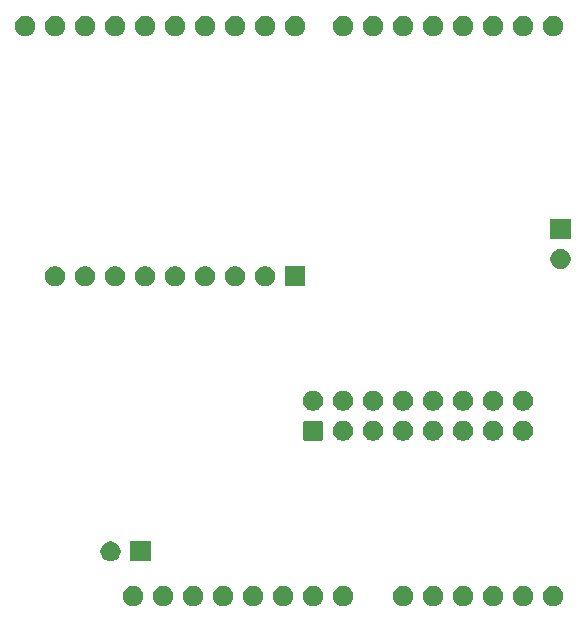
<source format=gbr>
G04 #@! TF.GenerationSoftware,KiCad,Pcbnew,(5.1.6)-1*
G04 #@! TF.CreationDate,2021-01-19T11:24:55+01:00*
G04 #@! TF.ProjectId,Thermolino 2A,54686572-6d6f-46c6-996e-6f2032412e6b,rev?*
G04 #@! TF.SameCoordinates,Original*
G04 #@! TF.FileFunction,Soldermask,Bot*
G04 #@! TF.FilePolarity,Negative*
%FSLAX46Y46*%
G04 Gerber Fmt 4.6, Leading zero omitted, Abs format (unit mm)*
G04 Created by KiCad (PCBNEW (5.1.6)-1) date 2021-01-19 11:24:55*
%MOMM*%
%LPD*%
G01*
G04 APERTURE LIST*
%ADD10C,0.152400*%
G04 APERTURE END LIST*
D10*
G36*
X203370480Y-110882494D02*
G01*
X203453903Y-110899087D01*
X203611068Y-110964187D01*
X203752513Y-111058698D01*
X203872802Y-111178987D01*
X203967313Y-111320432D01*
X204032413Y-111477597D01*
X204065600Y-111644443D01*
X204065600Y-111814557D01*
X204032413Y-111981403D01*
X203967313Y-112138568D01*
X203872802Y-112280013D01*
X203752513Y-112400302D01*
X203611068Y-112494813D01*
X203453903Y-112559913D01*
X203370480Y-112576506D01*
X203287059Y-112593100D01*
X203116941Y-112593100D01*
X203033520Y-112576506D01*
X202950097Y-112559913D01*
X202792932Y-112494813D01*
X202651487Y-112400302D01*
X202531198Y-112280013D01*
X202436687Y-112138568D01*
X202371587Y-111981403D01*
X202338400Y-111814557D01*
X202338400Y-111644443D01*
X202371587Y-111477597D01*
X202436687Y-111320432D01*
X202531198Y-111178987D01*
X202651487Y-111058698D01*
X202792932Y-110964187D01*
X202950097Y-110899087D01*
X203033520Y-110882494D01*
X203116941Y-110865900D01*
X203287059Y-110865900D01*
X203370480Y-110882494D01*
G37*
G36*
X198290480Y-110882494D02*
G01*
X198373903Y-110899087D01*
X198531068Y-110964187D01*
X198672513Y-111058698D01*
X198792802Y-111178987D01*
X198887313Y-111320432D01*
X198952413Y-111477597D01*
X198985600Y-111644443D01*
X198985600Y-111814557D01*
X198952413Y-111981403D01*
X198887313Y-112138568D01*
X198792802Y-112280013D01*
X198672513Y-112400302D01*
X198531068Y-112494813D01*
X198373903Y-112559913D01*
X198290480Y-112576506D01*
X198207059Y-112593100D01*
X198036941Y-112593100D01*
X197953520Y-112576506D01*
X197870097Y-112559913D01*
X197712932Y-112494813D01*
X197571487Y-112400302D01*
X197451198Y-112280013D01*
X197356687Y-112138568D01*
X197291587Y-111981403D01*
X197258400Y-111814557D01*
X197258400Y-111644443D01*
X197291587Y-111477597D01*
X197356687Y-111320432D01*
X197451198Y-111178987D01*
X197571487Y-111058698D01*
X197712932Y-110964187D01*
X197870097Y-110899087D01*
X197953520Y-110882494D01*
X198036941Y-110865900D01*
X198207059Y-110865900D01*
X198290480Y-110882494D01*
G37*
G36*
X195750480Y-110882494D02*
G01*
X195833903Y-110899087D01*
X195991068Y-110964187D01*
X196132513Y-111058698D01*
X196252802Y-111178987D01*
X196347313Y-111320432D01*
X196412413Y-111477597D01*
X196445600Y-111644443D01*
X196445600Y-111814557D01*
X196412413Y-111981403D01*
X196347313Y-112138568D01*
X196252802Y-112280013D01*
X196132513Y-112400302D01*
X195991068Y-112494813D01*
X195833903Y-112559913D01*
X195750480Y-112576506D01*
X195667059Y-112593100D01*
X195496941Y-112593100D01*
X195413520Y-112576506D01*
X195330097Y-112559913D01*
X195172932Y-112494813D01*
X195031487Y-112400302D01*
X194911198Y-112280013D01*
X194816687Y-112138568D01*
X194751587Y-111981403D01*
X194718400Y-111814557D01*
X194718400Y-111644443D01*
X194751587Y-111477597D01*
X194816687Y-111320432D01*
X194911198Y-111178987D01*
X195031487Y-111058698D01*
X195172932Y-110964187D01*
X195330097Y-110899087D01*
X195413520Y-110882494D01*
X195496941Y-110865900D01*
X195667059Y-110865900D01*
X195750480Y-110882494D01*
G37*
G36*
X193210480Y-110882494D02*
G01*
X193293903Y-110899087D01*
X193451068Y-110964187D01*
X193592513Y-111058698D01*
X193712802Y-111178987D01*
X193807313Y-111320432D01*
X193872413Y-111477597D01*
X193905600Y-111644443D01*
X193905600Y-111814557D01*
X193872413Y-111981403D01*
X193807313Y-112138568D01*
X193712802Y-112280013D01*
X193592513Y-112400302D01*
X193451068Y-112494813D01*
X193293903Y-112559913D01*
X193210480Y-112576506D01*
X193127059Y-112593100D01*
X192956941Y-112593100D01*
X192873520Y-112576506D01*
X192790097Y-112559913D01*
X192632932Y-112494813D01*
X192491487Y-112400302D01*
X192371198Y-112280013D01*
X192276687Y-112138568D01*
X192211587Y-111981403D01*
X192178400Y-111814557D01*
X192178400Y-111644443D01*
X192211587Y-111477597D01*
X192276687Y-111320432D01*
X192371198Y-111178987D01*
X192491487Y-111058698D01*
X192632932Y-110964187D01*
X192790097Y-110899087D01*
X192873520Y-110882494D01*
X192956941Y-110865900D01*
X193127059Y-110865900D01*
X193210480Y-110882494D01*
G37*
G36*
X190670480Y-110882494D02*
G01*
X190753903Y-110899087D01*
X190911068Y-110964187D01*
X191052513Y-111058698D01*
X191172802Y-111178987D01*
X191267313Y-111320432D01*
X191332413Y-111477597D01*
X191365600Y-111644443D01*
X191365600Y-111814557D01*
X191332413Y-111981403D01*
X191267313Y-112138568D01*
X191172802Y-112280013D01*
X191052513Y-112400302D01*
X190911068Y-112494813D01*
X190753903Y-112559913D01*
X190670480Y-112576506D01*
X190587059Y-112593100D01*
X190416941Y-112593100D01*
X190333520Y-112576506D01*
X190250097Y-112559913D01*
X190092932Y-112494813D01*
X189951487Y-112400302D01*
X189831198Y-112280013D01*
X189736687Y-112138568D01*
X189671587Y-111981403D01*
X189638400Y-111814557D01*
X189638400Y-111644443D01*
X189671587Y-111477597D01*
X189736687Y-111320432D01*
X189831198Y-111178987D01*
X189951487Y-111058698D01*
X190092932Y-110964187D01*
X190250097Y-110899087D01*
X190333520Y-110882494D01*
X190416941Y-110865900D01*
X190587059Y-110865900D01*
X190670480Y-110882494D01*
G37*
G36*
X188130480Y-110882494D02*
G01*
X188213903Y-110899087D01*
X188371068Y-110964187D01*
X188512513Y-111058698D01*
X188632802Y-111178987D01*
X188727313Y-111320432D01*
X188792413Y-111477597D01*
X188825600Y-111644443D01*
X188825600Y-111814557D01*
X188792413Y-111981403D01*
X188727313Y-112138568D01*
X188632802Y-112280013D01*
X188512513Y-112400302D01*
X188371068Y-112494813D01*
X188213903Y-112559913D01*
X188130480Y-112576506D01*
X188047059Y-112593100D01*
X187876941Y-112593100D01*
X187793520Y-112576506D01*
X187710097Y-112559913D01*
X187552932Y-112494813D01*
X187411487Y-112400302D01*
X187291198Y-112280013D01*
X187196687Y-112138568D01*
X187131587Y-111981403D01*
X187098400Y-111814557D01*
X187098400Y-111644443D01*
X187131587Y-111477597D01*
X187196687Y-111320432D01*
X187291198Y-111178987D01*
X187411487Y-111058698D01*
X187552932Y-110964187D01*
X187710097Y-110899087D01*
X187793520Y-110882494D01*
X187876941Y-110865900D01*
X188047059Y-110865900D01*
X188130480Y-110882494D01*
G37*
G36*
X185590480Y-110882494D02*
G01*
X185673903Y-110899087D01*
X185831068Y-110964187D01*
X185972513Y-111058698D01*
X186092802Y-111178987D01*
X186187313Y-111320432D01*
X186252413Y-111477597D01*
X186285600Y-111644443D01*
X186285600Y-111814557D01*
X186252413Y-111981403D01*
X186187313Y-112138568D01*
X186092802Y-112280013D01*
X185972513Y-112400302D01*
X185831068Y-112494813D01*
X185673903Y-112559913D01*
X185590480Y-112576506D01*
X185507059Y-112593100D01*
X185336941Y-112593100D01*
X185253520Y-112576506D01*
X185170097Y-112559913D01*
X185012932Y-112494813D01*
X184871487Y-112400302D01*
X184751198Y-112280013D01*
X184656687Y-112138568D01*
X184591587Y-111981403D01*
X184558400Y-111814557D01*
X184558400Y-111644443D01*
X184591587Y-111477597D01*
X184656687Y-111320432D01*
X184751198Y-111178987D01*
X184871487Y-111058698D01*
X185012932Y-110964187D01*
X185170097Y-110899087D01*
X185253520Y-110882494D01*
X185336941Y-110865900D01*
X185507059Y-110865900D01*
X185590480Y-110882494D01*
G37*
G36*
X183050480Y-110882494D02*
G01*
X183133903Y-110899087D01*
X183291068Y-110964187D01*
X183432513Y-111058698D01*
X183552802Y-111178987D01*
X183647313Y-111320432D01*
X183712413Y-111477597D01*
X183745600Y-111644443D01*
X183745600Y-111814557D01*
X183712413Y-111981403D01*
X183647313Y-112138568D01*
X183552802Y-112280013D01*
X183432513Y-112400302D01*
X183291068Y-112494813D01*
X183133903Y-112559913D01*
X183050480Y-112576506D01*
X182967059Y-112593100D01*
X182796941Y-112593100D01*
X182713520Y-112576506D01*
X182630097Y-112559913D01*
X182472932Y-112494813D01*
X182331487Y-112400302D01*
X182211198Y-112280013D01*
X182116687Y-112138568D01*
X182051587Y-111981403D01*
X182018400Y-111814557D01*
X182018400Y-111644443D01*
X182051587Y-111477597D01*
X182116687Y-111320432D01*
X182211198Y-111178987D01*
X182331487Y-111058698D01*
X182472932Y-110964187D01*
X182630097Y-110899087D01*
X182713520Y-110882494D01*
X182796941Y-110865900D01*
X182967059Y-110865900D01*
X183050480Y-110882494D01*
G37*
G36*
X180510480Y-110882494D02*
G01*
X180593903Y-110899087D01*
X180751068Y-110964187D01*
X180892513Y-111058698D01*
X181012802Y-111178987D01*
X181107313Y-111320432D01*
X181172413Y-111477597D01*
X181205600Y-111644443D01*
X181205600Y-111814557D01*
X181172413Y-111981403D01*
X181107313Y-112138568D01*
X181012802Y-112280013D01*
X180892513Y-112400302D01*
X180751068Y-112494813D01*
X180593903Y-112559913D01*
X180510480Y-112576506D01*
X180427059Y-112593100D01*
X180256941Y-112593100D01*
X180173520Y-112576506D01*
X180090097Y-112559913D01*
X179932932Y-112494813D01*
X179791487Y-112400302D01*
X179671198Y-112280013D01*
X179576687Y-112138568D01*
X179511587Y-111981403D01*
X179478400Y-111814557D01*
X179478400Y-111644443D01*
X179511587Y-111477597D01*
X179576687Y-111320432D01*
X179671198Y-111178987D01*
X179791487Y-111058698D01*
X179932932Y-110964187D01*
X180090097Y-110899087D01*
X180173520Y-110882494D01*
X180256941Y-110865900D01*
X180427059Y-110865900D01*
X180510480Y-110882494D01*
G37*
G36*
X205910480Y-110882494D02*
G01*
X205993903Y-110899087D01*
X206151068Y-110964187D01*
X206292513Y-111058698D01*
X206412802Y-111178987D01*
X206507313Y-111320432D01*
X206572413Y-111477597D01*
X206605600Y-111644443D01*
X206605600Y-111814557D01*
X206572413Y-111981403D01*
X206507313Y-112138568D01*
X206412802Y-112280013D01*
X206292513Y-112400302D01*
X206151068Y-112494813D01*
X205993903Y-112559913D01*
X205910480Y-112576506D01*
X205827059Y-112593100D01*
X205656941Y-112593100D01*
X205573520Y-112576506D01*
X205490097Y-112559913D01*
X205332932Y-112494813D01*
X205191487Y-112400302D01*
X205071198Y-112280013D01*
X204976687Y-112138568D01*
X204911587Y-111981403D01*
X204878400Y-111814557D01*
X204878400Y-111644443D01*
X204911587Y-111477597D01*
X204976687Y-111320432D01*
X205071198Y-111178987D01*
X205191487Y-111058698D01*
X205332932Y-110964187D01*
X205490097Y-110899087D01*
X205573520Y-110882494D01*
X205656941Y-110865900D01*
X205827059Y-110865900D01*
X205910480Y-110882494D01*
G37*
G36*
X208450480Y-110882494D02*
G01*
X208533903Y-110899087D01*
X208691068Y-110964187D01*
X208832513Y-111058698D01*
X208952802Y-111178987D01*
X209047313Y-111320432D01*
X209112413Y-111477597D01*
X209145600Y-111644443D01*
X209145600Y-111814557D01*
X209112413Y-111981403D01*
X209047313Y-112138568D01*
X208952802Y-112280013D01*
X208832513Y-112400302D01*
X208691068Y-112494813D01*
X208533903Y-112559913D01*
X208450480Y-112576506D01*
X208367059Y-112593100D01*
X208196941Y-112593100D01*
X208113520Y-112576506D01*
X208030097Y-112559913D01*
X207872932Y-112494813D01*
X207731487Y-112400302D01*
X207611198Y-112280013D01*
X207516687Y-112138568D01*
X207451587Y-111981403D01*
X207418400Y-111814557D01*
X207418400Y-111644443D01*
X207451587Y-111477597D01*
X207516687Y-111320432D01*
X207611198Y-111178987D01*
X207731487Y-111058698D01*
X207872932Y-110964187D01*
X208030097Y-110899087D01*
X208113520Y-110882494D01*
X208196941Y-110865900D01*
X208367059Y-110865900D01*
X208450480Y-110882494D01*
G37*
G36*
X210990480Y-110882494D02*
G01*
X211073903Y-110899087D01*
X211231068Y-110964187D01*
X211372513Y-111058698D01*
X211492802Y-111178987D01*
X211587313Y-111320432D01*
X211652413Y-111477597D01*
X211685600Y-111644443D01*
X211685600Y-111814557D01*
X211652413Y-111981403D01*
X211587313Y-112138568D01*
X211492802Y-112280013D01*
X211372513Y-112400302D01*
X211231068Y-112494813D01*
X211073903Y-112559913D01*
X210990480Y-112576506D01*
X210907059Y-112593100D01*
X210736941Y-112593100D01*
X210653520Y-112576506D01*
X210570097Y-112559913D01*
X210412932Y-112494813D01*
X210271487Y-112400302D01*
X210151198Y-112280013D01*
X210056687Y-112138568D01*
X209991587Y-111981403D01*
X209958400Y-111814557D01*
X209958400Y-111644443D01*
X209991587Y-111477597D01*
X210056687Y-111320432D01*
X210151198Y-111178987D01*
X210271487Y-111058698D01*
X210412932Y-110964187D01*
X210570097Y-110899087D01*
X210653520Y-110882494D01*
X210736941Y-110865900D01*
X210907059Y-110865900D01*
X210990480Y-110882494D01*
G37*
G36*
X216070480Y-110882494D02*
G01*
X216153903Y-110899087D01*
X216311068Y-110964187D01*
X216452513Y-111058698D01*
X216572802Y-111178987D01*
X216667313Y-111320432D01*
X216732413Y-111477597D01*
X216765600Y-111644443D01*
X216765600Y-111814557D01*
X216732413Y-111981403D01*
X216667313Y-112138568D01*
X216572802Y-112280013D01*
X216452513Y-112400302D01*
X216311068Y-112494813D01*
X216153903Y-112559913D01*
X216070480Y-112576506D01*
X215987059Y-112593100D01*
X215816941Y-112593100D01*
X215733520Y-112576506D01*
X215650097Y-112559913D01*
X215492932Y-112494813D01*
X215351487Y-112400302D01*
X215231198Y-112280013D01*
X215136687Y-112138568D01*
X215071587Y-111981403D01*
X215038400Y-111814557D01*
X215038400Y-111644443D01*
X215071587Y-111477597D01*
X215136687Y-111320432D01*
X215231198Y-111178987D01*
X215351487Y-111058698D01*
X215492932Y-110964187D01*
X215650097Y-110899087D01*
X215733520Y-110882494D01*
X215816941Y-110865900D01*
X215987059Y-110865900D01*
X216070480Y-110882494D01*
G37*
G36*
X213530480Y-110882494D02*
G01*
X213613903Y-110899087D01*
X213771068Y-110964187D01*
X213912513Y-111058698D01*
X214032802Y-111178987D01*
X214127313Y-111320432D01*
X214192413Y-111477597D01*
X214225600Y-111644443D01*
X214225600Y-111814557D01*
X214192413Y-111981403D01*
X214127313Y-112138568D01*
X214032802Y-112280013D01*
X213912513Y-112400302D01*
X213771068Y-112494813D01*
X213613903Y-112559913D01*
X213530480Y-112576506D01*
X213447059Y-112593100D01*
X213276941Y-112593100D01*
X213193520Y-112576506D01*
X213110097Y-112559913D01*
X212952932Y-112494813D01*
X212811487Y-112400302D01*
X212691198Y-112280013D01*
X212596687Y-112138568D01*
X212531587Y-111981403D01*
X212498400Y-111814557D01*
X212498400Y-111644443D01*
X212531587Y-111477597D01*
X212596687Y-111320432D01*
X212691198Y-111178987D01*
X212811487Y-111058698D01*
X212952932Y-110964187D01*
X213110097Y-110899087D01*
X213193520Y-110882494D01*
X213276941Y-110865900D01*
X213447059Y-110865900D01*
X213530480Y-110882494D01*
G37*
G36*
X181825000Y-108800000D02*
G01*
X180125000Y-108800000D01*
X180125000Y-107100000D01*
X181825000Y-107100000D01*
X181825000Y-108800000D01*
G37*
G36*
X178682936Y-107132665D02*
G01*
X178837626Y-107196739D01*
X178907076Y-107243145D01*
X178976844Y-107289762D01*
X179095238Y-107408156D01*
X179141855Y-107477924D01*
X179188261Y-107547374D01*
X179252335Y-107702064D01*
X179285000Y-107866282D01*
X179285000Y-108033718D01*
X179252335Y-108197936D01*
X179188261Y-108352626D01*
X179141855Y-108422076D01*
X179095238Y-108491844D01*
X178976844Y-108610238D01*
X178907076Y-108656855D01*
X178837626Y-108703261D01*
X178682936Y-108767335D01*
X178518718Y-108800000D01*
X178351282Y-108800000D01*
X178187064Y-108767335D01*
X178032374Y-108703261D01*
X177962924Y-108656855D01*
X177893156Y-108610238D01*
X177774762Y-108491844D01*
X177728145Y-108422076D01*
X177681739Y-108352626D01*
X177617665Y-108197936D01*
X177585000Y-108033718D01*
X177585000Y-107866282D01*
X177617665Y-107702064D01*
X177681739Y-107547374D01*
X177728145Y-107477924D01*
X177774762Y-107408156D01*
X177893156Y-107289762D01*
X177962924Y-107243145D01*
X178032374Y-107196739D01*
X178187064Y-107132665D01*
X178351282Y-107100000D01*
X178518718Y-107100000D01*
X178682936Y-107132665D01*
G37*
G36*
X213607936Y-96909165D02*
G01*
X213762626Y-96973239D01*
X213832076Y-97019645D01*
X213901844Y-97066262D01*
X214020238Y-97184656D01*
X214066855Y-97254424D01*
X214113261Y-97323874D01*
X214177335Y-97478564D01*
X214210000Y-97642782D01*
X214210000Y-97810218D01*
X214177335Y-97974436D01*
X214113261Y-98129126D01*
X214066855Y-98198576D01*
X214020238Y-98268344D01*
X213901844Y-98386738D01*
X213868071Y-98409304D01*
X213762626Y-98479761D01*
X213630794Y-98534367D01*
X213607936Y-98543835D01*
X213443718Y-98576500D01*
X213276282Y-98576500D01*
X213112064Y-98543835D01*
X213089206Y-98534367D01*
X212957374Y-98479761D01*
X212851929Y-98409304D01*
X212818156Y-98386738D01*
X212699762Y-98268344D01*
X212653145Y-98198576D01*
X212606739Y-98129126D01*
X212542665Y-97974436D01*
X212510000Y-97810218D01*
X212510000Y-97642782D01*
X212542665Y-97478564D01*
X212606739Y-97323874D01*
X212653145Y-97254424D01*
X212699762Y-97184656D01*
X212818156Y-97066262D01*
X212887924Y-97019645D01*
X212957374Y-96973239D01*
X213112064Y-96909165D01*
X213276282Y-96876500D01*
X213443718Y-96876500D01*
X213607936Y-96909165D01*
G37*
G36*
X211067936Y-96909165D02*
G01*
X211222626Y-96973239D01*
X211292076Y-97019645D01*
X211361844Y-97066262D01*
X211480238Y-97184656D01*
X211526855Y-97254424D01*
X211573261Y-97323874D01*
X211637335Y-97478564D01*
X211670000Y-97642782D01*
X211670000Y-97810218D01*
X211637335Y-97974436D01*
X211573261Y-98129126D01*
X211526855Y-98198576D01*
X211480238Y-98268344D01*
X211361844Y-98386738D01*
X211328071Y-98409304D01*
X211222626Y-98479761D01*
X211090794Y-98534367D01*
X211067936Y-98543835D01*
X210903718Y-98576500D01*
X210736282Y-98576500D01*
X210572064Y-98543835D01*
X210549206Y-98534367D01*
X210417374Y-98479761D01*
X210311929Y-98409304D01*
X210278156Y-98386738D01*
X210159762Y-98268344D01*
X210113145Y-98198576D01*
X210066739Y-98129126D01*
X210002665Y-97974436D01*
X209970000Y-97810218D01*
X209970000Y-97642782D01*
X210002665Y-97478564D01*
X210066739Y-97323874D01*
X210113145Y-97254424D01*
X210159762Y-97184656D01*
X210278156Y-97066262D01*
X210347924Y-97019645D01*
X210417374Y-96973239D01*
X210572064Y-96909165D01*
X210736282Y-96876500D01*
X210903718Y-96876500D01*
X211067936Y-96909165D01*
G37*
G36*
X208527936Y-96909165D02*
G01*
X208682626Y-96973239D01*
X208752076Y-97019645D01*
X208821844Y-97066262D01*
X208940238Y-97184656D01*
X208986855Y-97254424D01*
X209033261Y-97323874D01*
X209097335Y-97478564D01*
X209130000Y-97642782D01*
X209130000Y-97810218D01*
X209097335Y-97974436D01*
X209033261Y-98129126D01*
X208986855Y-98198576D01*
X208940238Y-98268344D01*
X208821844Y-98386738D01*
X208788071Y-98409304D01*
X208682626Y-98479761D01*
X208550794Y-98534367D01*
X208527936Y-98543835D01*
X208363718Y-98576500D01*
X208196282Y-98576500D01*
X208032064Y-98543835D01*
X208009206Y-98534367D01*
X207877374Y-98479761D01*
X207771929Y-98409304D01*
X207738156Y-98386738D01*
X207619762Y-98268344D01*
X207573145Y-98198576D01*
X207526739Y-98129126D01*
X207462665Y-97974436D01*
X207430000Y-97810218D01*
X207430000Y-97642782D01*
X207462665Y-97478564D01*
X207526739Y-97323874D01*
X207573145Y-97254424D01*
X207619762Y-97184656D01*
X207738156Y-97066262D01*
X207807924Y-97019645D01*
X207877374Y-96973239D01*
X208032064Y-96909165D01*
X208196282Y-96876500D01*
X208363718Y-96876500D01*
X208527936Y-96909165D01*
G37*
G36*
X205987936Y-96909165D02*
G01*
X206142626Y-96973239D01*
X206212076Y-97019645D01*
X206281844Y-97066262D01*
X206400238Y-97184656D01*
X206446855Y-97254424D01*
X206493261Y-97323874D01*
X206557335Y-97478564D01*
X206590000Y-97642782D01*
X206590000Y-97810218D01*
X206557335Y-97974436D01*
X206493261Y-98129126D01*
X206446855Y-98198576D01*
X206400238Y-98268344D01*
X206281844Y-98386738D01*
X206248071Y-98409304D01*
X206142626Y-98479761D01*
X206010794Y-98534367D01*
X205987936Y-98543835D01*
X205823718Y-98576500D01*
X205656282Y-98576500D01*
X205492064Y-98543835D01*
X205469206Y-98534367D01*
X205337374Y-98479761D01*
X205231929Y-98409304D01*
X205198156Y-98386738D01*
X205079762Y-98268344D01*
X205033145Y-98198576D01*
X204986739Y-98129126D01*
X204922665Y-97974436D01*
X204890000Y-97810218D01*
X204890000Y-97642782D01*
X204922665Y-97478564D01*
X204986739Y-97323874D01*
X205033145Y-97254424D01*
X205079762Y-97184656D01*
X205198156Y-97066262D01*
X205267924Y-97019645D01*
X205337374Y-96973239D01*
X205492064Y-96909165D01*
X205656282Y-96876500D01*
X205823718Y-96876500D01*
X205987936Y-96909165D01*
G37*
G36*
X203447936Y-96909165D02*
G01*
X203602626Y-96973239D01*
X203672076Y-97019645D01*
X203741844Y-97066262D01*
X203860238Y-97184656D01*
X203906855Y-97254424D01*
X203953261Y-97323874D01*
X204017335Y-97478564D01*
X204050000Y-97642782D01*
X204050000Y-97810218D01*
X204017335Y-97974436D01*
X203953261Y-98129126D01*
X203906855Y-98198576D01*
X203860238Y-98268344D01*
X203741844Y-98386738D01*
X203708071Y-98409304D01*
X203602626Y-98479761D01*
X203470794Y-98534367D01*
X203447936Y-98543835D01*
X203283718Y-98576500D01*
X203116282Y-98576500D01*
X202952064Y-98543835D01*
X202929206Y-98534367D01*
X202797374Y-98479761D01*
X202691929Y-98409304D01*
X202658156Y-98386738D01*
X202539762Y-98268344D01*
X202493145Y-98198576D01*
X202446739Y-98129126D01*
X202382665Y-97974436D01*
X202350000Y-97810218D01*
X202350000Y-97642782D01*
X202382665Y-97478564D01*
X202446739Y-97323874D01*
X202493145Y-97254424D01*
X202539762Y-97184656D01*
X202658156Y-97066262D01*
X202727924Y-97019645D01*
X202797374Y-96973239D01*
X202952064Y-96909165D01*
X203116282Y-96876500D01*
X203283718Y-96876500D01*
X203447936Y-96909165D01*
G37*
G36*
X200907936Y-96909165D02*
G01*
X201062626Y-96973239D01*
X201132076Y-97019645D01*
X201201844Y-97066262D01*
X201320238Y-97184656D01*
X201366855Y-97254424D01*
X201413261Y-97323874D01*
X201477335Y-97478564D01*
X201510000Y-97642782D01*
X201510000Y-97810218D01*
X201477335Y-97974436D01*
X201413261Y-98129126D01*
X201366855Y-98198576D01*
X201320238Y-98268344D01*
X201201844Y-98386738D01*
X201168071Y-98409304D01*
X201062626Y-98479761D01*
X200930794Y-98534367D01*
X200907936Y-98543835D01*
X200743718Y-98576500D01*
X200576282Y-98576500D01*
X200412064Y-98543835D01*
X200389206Y-98534367D01*
X200257374Y-98479761D01*
X200151929Y-98409304D01*
X200118156Y-98386738D01*
X199999762Y-98268344D01*
X199953145Y-98198576D01*
X199906739Y-98129126D01*
X199842665Y-97974436D01*
X199810000Y-97810218D01*
X199810000Y-97642782D01*
X199842665Y-97478564D01*
X199906739Y-97323874D01*
X199953145Y-97254424D01*
X199999762Y-97184656D01*
X200118156Y-97066262D01*
X200187924Y-97019645D01*
X200257374Y-96973239D01*
X200412064Y-96909165D01*
X200576282Y-96876500D01*
X200743718Y-96876500D01*
X200907936Y-96909165D01*
G37*
G36*
X198367936Y-96909165D02*
G01*
X198522626Y-96973239D01*
X198592076Y-97019645D01*
X198661844Y-97066262D01*
X198780238Y-97184656D01*
X198826855Y-97254424D01*
X198873261Y-97323874D01*
X198937335Y-97478564D01*
X198970000Y-97642782D01*
X198970000Y-97810218D01*
X198937335Y-97974436D01*
X198873261Y-98129126D01*
X198826855Y-98198576D01*
X198780238Y-98268344D01*
X198661844Y-98386738D01*
X198628071Y-98409304D01*
X198522626Y-98479761D01*
X198390794Y-98534367D01*
X198367936Y-98543835D01*
X198203718Y-98576500D01*
X198036282Y-98576500D01*
X197872064Y-98543835D01*
X197849206Y-98534367D01*
X197717374Y-98479761D01*
X197611929Y-98409304D01*
X197578156Y-98386738D01*
X197459762Y-98268344D01*
X197413145Y-98198576D01*
X197366739Y-98129126D01*
X197302665Y-97974436D01*
X197270000Y-97810218D01*
X197270000Y-97642782D01*
X197302665Y-97478564D01*
X197366739Y-97323874D01*
X197413145Y-97254424D01*
X197459762Y-97184656D01*
X197578156Y-97066262D01*
X197647924Y-97019645D01*
X197717374Y-96973239D01*
X197872064Y-96909165D01*
X198036282Y-96876500D01*
X198203718Y-96876500D01*
X198367936Y-96909165D01*
G37*
G36*
X196262804Y-96880775D02*
G01*
X196301706Y-96892575D01*
X196337553Y-96911736D01*
X196368976Y-96937524D01*
X196394764Y-96968947D01*
X196413925Y-97004794D01*
X196425725Y-97043696D01*
X196430000Y-97087095D01*
X196430000Y-98365905D01*
X196425725Y-98409304D01*
X196413925Y-98448206D01*
X196394764Y-98484053D01*
X196368976Y-98515476D01*
X196337553Y-98541264D01*
X196301706Y-98560425D01*
X196262804Y-98572225D01*
X196219405Y-98576500D01*
X194940595Y-98576500D01*
X194897196Y-98572225D01*
X194858294Y-98560425D01*
X194822447Y-98541264D01*
X194791024Y-98515476D01*
X194765236Y-98484053D01*
X194746075Y-98448206D01*
X194734275Y-98409304D01*
X194730000Y-98365905D01*
X194730000Y-97087095D01*
X194734275Y-97043696D01*
X194746075Y-97004794D01*
X194765236Y-96968947D01*
X194791024Y-96937524D01*
X194822447Y-96911736D01*
X194858294Y-96892575D01*
X194897196Y-96880775D01*
X194940595Y-96876500D01*
X196219405Y-96876500D01*
X196262804Y-96880775D01*
G37*
G36*
X213607936Y-94369165D02*
G01*
X213762626Y-94433239D01*
X213832076Y-94479645D01*
X213901844Y-94526262D01*
X214020238Y-94644656D01*
X214066855Y-94714424D01*
X214113261Y-94783874D01*
X214177335Y-94938564D01*
X214210000Y-95102782D01*
X214210000Y-95270218D01*
X214177335Y-95434436D01*
X214113261Y-95589126D01*
X214066855Y-95658576D01*
X214020238Y-95728344D01*
X213901844Y-95846738D01*
X213832076Y-95893355D01*
X213762626Y-95939761D01*
X213607936Y-96003835D01*
X213443718Y-96036500D01*
X213276282Y-96036500D01*
X213112064Y-96003835D01*
X212957374Y-95939761D01*
X212887924Y-95893355D01*
X212818156Y-95846738D01*
X212699762Y-95728344D01*
X212653145Y-95658576D01*
X212606739Y-95589126D01*
X212542665Y-95434436D01*
X212510000Y-95270218D01*
X212510000Y-95102782D01*
X212542665Y-94938564D01*
X212606739Y-94783874D01*
X212653145Y-94714424D01*
X212699762Y-94644656D01*
X212818156Y-94526262D01*
X212887924Y-94479645D01*
X212957374Y-94433239D01*
X213112064Y-94369165D01*
X213276282Y-94336500D01*
X213443718Y-94336500D01*
X213607936Y-94369165D01*
G37*
G36*
X195827936Y-94369165D02*
G01*
X195982626Y-94433239D01*
X196052076Y-94479645D01*
X196121844Y-94526262D01*
X196240238Y-94644656D01*
X196286855Y-94714424D01*
X196333261Y-94783874D01*
X196397335Y-94938564D01*
X196430000Y-95102782D01*
X196430000Y-95270218D01*
X196397335Y-95434436D01*
X196333261Y-95589126D01*
X196286855Y-95658576D01*
X196240238Y-95728344D01*
X196121844Y-95846738D01*
X196052076Y-95893355D01*
X195982626Y-95939761D01*
X195827936Y-96003835D01*
X195663718Y-96036500D01*
X195496282Y-96036500D01*
X195332064Y-96003835D01*
X195177374Y-95939761D01*
X195107924Y-95893355D01*
X195038156Y-95846738D01*
X194919762Y-95728344D01*
X194873145Y-95658576D01*
X194826739Y-95589126D01*
X194762665Y-95434436D01*
X194730000Y-95270218D01*
X194730000Y-95102782D01*
X194762665Y-94938564D01*
X194826739Y-94783874D01*
X194873145Y-94714424D01*
X194919762Y-94644656D01*
X195038156Y-94526262D01*
X195107924Y-94479645D01*
X195177374Y-94433239D01*
X195332064Y-94369165D01*
X195496282Y-94336500D01*
X195663718Y-94336500D01*
X195827936Y-94369165D01*
G37*
G36*
X198367936Y-94369165D02*
G01*
X198522626Y-94433239D01*
X198592076Y-94479645D01*
X198661844Y-94526262D01*
X198780238Y-94644656D01*
X198826855Y-94714424D01*
X198873261Y-94783874D01*
X198937335Y-94938564D01*
X198970000Y-95102782D01*
X198970000Y-95270218D01*
X198937335Y-95434436D01*
X198873261Y-95589126D01*
X198826855Y-95658576D01*
X198780238Y-95728344D01*
X198661844Y-95846738D01*
X198592076Y-95893355D01*
X198522626Y-95939761D01*
X198367936Y-96003835D01*
X198203718Y-96036500D01*
X198036282Y-96036500D01*
X197872064Y-96003835D01*
X197717374Y-95939761D01*
X197647924Y-95893355D01*
X197578156Y-95846738D01*
X197459762Y-95728344D01*
X197413145Y-95658576D01*
X197366739Y-95589126D01*
X197302665Y-95434436D01*
X197270000Y-95270218D01*
X197270000Y-95102782D01*
X197302665Y-94938564D01*
X197366739Y-94783874D01*
X197413145Y-94714424D01*
X197459762Y-94644656D01*
X197578156Y-94526262D01*
X197647924Y-94479645D01*
X197717374Y-94433239D01*
X197872064Y-94369165D01*
X198036282Y-94336500D01*
X198203718Y-94336500D01*
X198367936Y-94369165D01*
G37*
G36*
X200907936Y-94369165D02*
G01*
X201062626Y-94433239D01*
X201132076Y-94479645D01*
X201201844Y-94526262D01*
X201320238Y-94644656D01*
X201366855Y-94714424D01*
X201413261Y-94783874D01*
X201477335Y-94938564D01*
X201510000Y-95102782D01*
X201510000Y-95270218D01*
X201477335Y-95434436D01*
X201413261Y-95589126D01*
X201366855Y-95658576D01*
X201320238Y-95728344D01*
X201201844Y-95846738D01*
X201132076Y-95893355D01*
X201062626Y-95939761D01*
X200907936Y-96003835D01*
X200743718Y-96036500D01*
X200576282Y-96036500D01*
X200412064Y-96003835D01*
X200257374Y-95939761D01*
X200187924Y-95893355D01*
X200118156Y-95846738D01*
X199999762Y-95728344D01*
X199953145Y-95658576D01*
X199906739Y-95589126D01*
X199842665Y-95434436D01*
X199810000Y-95270218D01*
X199810000Y-95102782D01*
X199842665Y-94938564D01*
X199906739Y-94783874D01*
X199953145Y-94714424D01*
X199999762Y-94644656D01*
X200118156Y-94526262D01*
X200187924Y-94479645D01*
X200257374Y-94433239D01*
X200412064Y-94369165D01*
X200576282Y-94336500D01*
X200743718Y-94336500D01*
X200907936Y-94369165D01*
G37*
G36*
X208527936Y-94369165D02*
G01*
X208682626Y-94433239D01*
X208752076Y-94479645D01*
X208821844Y-94526262D01*
X208940238Y-94644656D01*
X208986855Y-94714424D01*
X209033261Y-94783874D01*
X209097335Y-94938564D01*
X209130000Y-95102782D01*
X209130000Y-95270218D01*
X209097335Y-95434436D01*
X209033261Y-95589126D01*
X208986855Y-95658576D01*
X208940238Y-95728344D01*
X208821844Y-95846738D01*
X208752076Y-95893355D01*
X208682626Y-95939761D01*
X208527936Y-96003835D01*
X208363718Y-96036500D01*
X208196282Y-96036500D01*
X208032064Y-96003835D01*
X207877374Y-95939761D01*
X207807924Y-95893355D01*
X207738156Y-95846738D01*
X207619762Y-95728344D01*
X207573145Y-95658576D01*
X207526739Y-95589126D01*
X207462665Y-95434436D01*
X207430000Y-95270218D01*
X207430000Y-95102782D01*
X207462665Y-94938564D01*
X207526739Y-94783874D01*
X207573145Y-94714424D01*
X207619762Y-94644656D01*
X207738156Y-94526262D01*
X207807924Y-94479645D01*
X207877374Y-94433239D01*
X208032064Y-94369165D01*
X208196282Y-94336500D01*
X208363718Y-94336500D01*
X208527936Y-94369165D01*
G37*
G36*
X211067936Y-94369165D02*
G01*
X211222626Y-94433239D01*
X211292076Y-94479645D01*
X211361844Y-94526262D01*
X211480238Y-94644656D01*
X211526855Y-94714424D01*
X211573261Y-94783874D01*
X211637335Y-94938564D01*
X211670000Y-95102782D01*
X211670000Y-95270218D01*
X211637335Y-95434436D01*
X211573261Y-95589126D01*
X211526855Y-95658576D01*
X211480238Y-95728344D01*
X211361844Y-95846738D01*
X211292076Y-95893355D01*
X211222626Y-95939761D01*
X211067936Y-96003835D01*
X210903718Y-96036500D01*
X210736282Y-96036500D01*
X210572064Y-96003835D01*
X210417374Y-95939761D01*
X210347924Y-95893355D01*
X210278156Y-95846738D01*
X210159762Y-95728344D01*
X210113145Y-95658576D01*
X210066739Y-95589126D01*
X210002665Y-95434436D01*
X209970000Y-95270218D01*
X209970000Y-95102782D01*
X210002665Y-94938564D01*
X210066739Y-94783874D01*
X210113145Y-94714424D01*
X210159762Y-94644656D01*
X210278156Y-94526262D01*
X210347924Y-94479645D01*
X210417374Y-94433239D01*
X210572064Y-94369165D01*
X210736282Y-94336500D01*
X210903718Y-94336500D01*
X211067936Y-94369165D01*
G37*
G36*
X203447936Y-94369165D02*
G01*
X203602626Y-94433239D01*
X203672076Y-94479645D01*
X203741844Y-94526262D01*
X203860238Y-94644656D01*
X203906855Y-94714424D01*
X203953261Y-94783874D01*
X204017335Y-94938564D01*
X204050000Y-95102782D01*
X204050000Y-95270218D01*
X204017335Y-95434436D01*
X203953261Y-95589126D01*
X203906855Y-95658576D01*
X203860238Y-95728344D01*
X203741844Y-95846738D01*
X203672076Y-95893355D01*
X203602626Y-95939761D01*
X203447936Y-96003835D01*
X203283718Y-96036500D01*
X203116282Y-96036500D01*
X202952064Y-96003835D01*
X202797374Y-95939761D01*
X202727924Y-95893355D01*
X202658156Y-95846738D01*
X202539762Y-95728344D01*
X202493145Y-95658576D01*
X202446739Y-95589126D01*
X202382665Y-95434436D01*
X202350000Y-95270218D01*
X202350000Y-95102782D01*
X202382665Y-94938564D01*
X202446739Y-94783874D01*
X202493145Y-94714424D01*
X202539762Y-94644656D01*
X202658156Y-94526262D01*
X202727924Y-94479645D01*
X202797374Y-94433239D01*
X202952064Y-94369165D01*
X203116282Y-94336500D01*
X203283718Y-94336500D01*
X203447936Y-94369165D01*
G37*
G36*
X205987936Y-94369165D02*
G01*
X206142626Y-94433239D01*
X206212076Y-94479645D01*
X206281844Y-94526262D01*
X206400238Y-94644656D01*
X206446855Y-94714424D01*
X206493261Y-94783874D01*
X206557335Y-94938564D01*
X206590000Y-95102782D01*
X206590000Y-95270218D01*
X206557335Y-95434436D01*
X206493261Y-95589126D01*
X206446855Y-95658576D01*
X206400238Y-95728344D01*
X206281844Y-95846738D01*
X206212076Y-95893355D01*
X206142626Y-95939761D01*
X205987936Y-96003835D01*
X205823718Y-96036500D01*
X205656282Y-96036500D01*
X205492064Y-96003835D01*
X205337374Y-95939761D01*
X205267924Y-95893355D01*
X205198156Y-95846738D01*
X205079762Y-95728344D01*
X205033145Y-95658576D01*
X204986739Y-95589126D01*
X204922665Y-95434436D01*
X204890000Y-95270218D01*
X204890000Y-95102782D01*
X204922665Y-94938564D01*
X204986739Y-94783874D01*
X205033145Y-94714424D01*
X205079762Y-94644656D01*
X205198156Y-94526262D01*
X205267924Y-94479645D01*
X205337374Y-94433239D01*
X205492064Y-94369165D01*
X205656282Y-94336500D01*
X205823718Y-94336500D01*
X205987936Y-94369165D01*
G37*
G36*
X186683936Y-83828165D02*
G01*
X186838626Y-83892239D01*
X186907500Y-83938260D01*
X186977844Y-83985262D01*
X187096238Y-84103656D01*
X187142855Y-84173424D01*
X187189261Y-84242874D01*
X187253335Y-84397564D01*
X187286000Y-84561782D01*
X187286000Y-84729218D01*
X187253335Y-84893436D01*
X187189261Y-85048126D01*
X187142855Y-85117576D01*
X187096238Y-85187344D01*
X186977844Y-85305738D01*
X186908076Y-85352355D01*
X186838626Y-85398761D01*
X186683936Y-85462835D01*
X186519718Y-85495500D01*
X186352282Y-85495500D01*
X186188064Y-85462835D01*
X186033374Y-85398761D01*
X185963924Y-85352355D01*
X185894156Y-85305738D01*
X185775762Y-85187344D01*
X185729145Y-85117576D01*
X185682739Y-85048126D01*
X185618665Y-84893436D01*
X185586000Y-84729218D01*
X185586000Y-84561782D01*
X185618665Y-84397564D01*
X185682739Y-84242874D01*
X185729145Y-84173424D01*
X185775762Y-84103656D01*
X185894156Y-83985262D01*
X185964500Y-83938260D01*
X186033374Y-83892239D01*
X186188064Y-83828165D01*
X186352282Y-83795500D01*
X186519718Y-83795500D01*
X186683936Y-83828165D01*
G37*
G36*
X184143936Y-83828165D02*
G01*
X184298626Y-83892239D01*
X184367500Y-83938260D01*
X184437844Y-83985262D01*
X184556238Y-84103656D01*
X184602855Y-84173424D01*
X184649261Y-84242874D01*
X184713335Y-84397564D01*
X184746000Y-84561782D01*
X184746000Y-84729218D01*
X184713335Y-84893436D01*
X184649261Y-85048126D01*
X184602855Y-85117576D01*
X184556238Y-85187344D01*
X184437844Y-85305738D01*
X184368076Y-85352355D01*
X184298626Y-85398761D01*
X184143936Y-85462835D01*
X183979718Y-85495500D01*
X183812282Y-85495500D01*
X183648064Y-85462835D01*
X183493374Y-85398761D01*
X183423924Y-85352355D01*
X183354156Y-85305738D01*
X183235762Y-85187344D01*
X183189145Y-85117576D01*
X183142739Y-85048126D01*
X183078665Y-84893436D01*
X183046000Y-84729218D01*
X183046000Y-84561782D01*
X183078665Y-84397564D01*
X183142739Y-84242874D01*
X183189145Y-84173424D01*
X183235762Y-84103656D01*
X183354156Y-83985262D01*
X183424500Y-83938260D01*
X183493374Y-83892239D01*
X183648064Y-83828165D01*
X183812282Y-83795500D01*
X183979718Y-83795500D01*
X184143936Y-83828165D01*
G37*
G36*
X181603936Y-83828165D02*
G01*
X181758626Y-83892239D01*
X181827500Y-83938260D01*
X181897844Y-83985262D01*
X182016238Y-84103656D01*
X182062855Y-84173424D01*
X182109261Y-84242874D01*
X182173335Y-84397564D01*
X182206000Y-84561782D01*
X182206000Y-84729218D01*
X182173335Y-84893436D01*
X182109261Y-85048126D01*
X182062855Y-85117576D01*
X182016238Y-85187344D01*
X181897844Y-85305738D01*
X181828076Y-85352355D01*
X181758626Y-85398761D01*
X181603936Y-85462835D01*
X181439718Y-85495500D01*
X181272282Y-85495500D01*
X181108064Y-85462835D01*
X180953374Y-85398761D01*
X180883924Y-85352355D01*
X180814156Y-85305738D01*
X180695762Y-85187344D01*
X180649145Y-85117576D01*
X180602739Y-85048126D01*
X180538665Y-84893436D01*
X180506000Y-84729218D01*
X180506000Y-84561782D01*
X180538665Y-84397564D01*
X180602739Y-84242874D01*
X180649145Y-84173424D01*
X180695762Y-84103656D01*
X180814156Y-83985262D01*
X180884500Y-83938260D01*
X180953374Y-83892239D01*
X181108064Y-83828165D01*
X181272282Y-83795500D01*
X181439718Y-83795500D01*
X181603936Y-83828165D01*
G37*
G36*
X189223936Y-83828165D02*
G01*
X189378626Y-83892239D01*
X189447500Y-83938260D01*
X189517844Y-83985262D01*
X189636238Y-84103656D01*
X189682855Y-84173424D01*
X189729261Y-84242874D01*
X189793335Y-84397564D01*
X189826000Y-84561782D01*
X189826000Y-84729218D01*
X189793335Y-84893436D01*
X189729261Y-85048126D01*
X189682855Y-85117576D01*
X189636238Y-85187344D01*
X189517844Y-85305738D01*
X189448076Y-85352355D01*
X189378626Y-85398761D01*
X189223936Y-85462835D01*
X189059718Y-85495500D01*
X188892282Y-85495500D01*
X188728064Y-85462835D01*
X188573374Y-85398761D01*
X188503924Y-85352355D01*
X188434156Y-85305738D01*
X188315762Y-85187344D01*
X188269145Y-85117576D01*
X188222739Y-85048126D01*
X188158665Y-84893436D01*
X188126000Y-84729218D01*
X188126000Y-84561782D01*
X188158665Y-84397564D01*
X188222739Y-84242874D01*
X188269145Y-84173424D01*
X188315762Y-84103656D01*
X188434156Y-83985262D01*
X188504500Y-83938260D01*
X188573374Y-83892239D01*
X188728064Y-83828165D01*
X188892282Y-83795500D01*
X189059718Y-83795500D01*
X189223936Y-83828165D01*
G37*
G36*
X191763936Y-83828165D02*
G01*
X191918626Y-83892239D01*
X191987500Y-83938260D01*
X192057844Y-83985262D01*
X192176238Y-84103656D01*
X192222855Y-84173424D01*
X192269261Y-84242874D01*
X192333335Y-84397564D01*
X192366000Y-84561782D01*
X192366000Y-84729218D01*
X192333335Y-84893436D01*
X192269261Y-85048126D01*
X192222855Y-85117576D01*
X192176238Y-85187344D01*
X192057844Y-85305738D01*
X191988076Y-85352355D01*
X191918626Y-85398761D01*
X191763936Y-85462835D01*
X191599718Y-85495500D01*
X191432282Y-85495500D01*
X191268064Y-85462835D01*
X191113374Y-85398761D01*
X191043924Y-85352355D01*
X190974156Y-85305738D01*
X190855762Y-85187344D01*
X190809145Y-85117576D01*
X190762739Y-85048126D01*
X190698665Y-84893436D01*
X190666000Y-84729218D01*
X190666000Y-84561782D01*
X190698665Y-84397564D01*
X190762739Y-84242874D01*
X190809145Y-84173424D01*
X190855762Y-84103656D01*
X190974156Y-83985262D01*
X191044500Y-83938260D01*
X191113374Y-83892239D01*
X191268064Y-83828165D01*
X191432282Y-83795500D01*
X191599718Y-83795500D01*
X191763936Y-83828165D01*
G37*
G36*
X194906000Y-85495500D02*
G01*
X193206000Y-85495500D01*
X193206000Y-83795500D01*
X194906000Y-83795500D01*
X194906000Y-85495500D01*
G37*
G36*
X179063936Y-83828165D02*
G01*
X179218626Y-83892239D01*
X179287500Y-83938260D01*
X179357844Y-83985262D01*
X179476238Y-84103656D01*
X179522855Y-84173424D01*
X179569261Y-84242874D01*
X179633335Y-84397564D01*
X179666000Y-84561782D01*
X179666000Y-84729218D01*
X179633335Y-84893436D01*
X179569261Y-85048126D01*
X179522855Y-85117576D01*
X179476238Y-85187344D01*
X179357844Y-85305738D01*
X179288076Y-85352355D01*
X179218626Y-85398761D01*
X179063936Y-85462835D01*
X178899718Y-85495500D01*
X178732282Y-85495500D01*
X178568064Y-85462835D01*
X178413374Y-85398761D01*
X178343924Y-85352355D01*
X178274156Y-85305738D01*
X178155762Y-85187344D01*
X178109145Y-85117576D01*
X178062739Y-85048126D01*
X177998665Y-84893436D01*
X177966000Y-84729218D01*
X177966000Y-84561782D01*
X177998665Y-84397564D01*
X178062739Y-84242874D01*
X178109145Y-84173424D01*
X178155762Y-84103656D01*
X178274156Y-83985262D01*
X178344500Y-83938260D01*
X178413374Y-83892239D01*
X178568064Y-83828165D01*
X178732282Y-83795500D01*
X178899718Y-83795500D01*
X179063936Y-83828165D01*
G37*
G36*
X173983936Y-83828165D02*
G01*
X174138626Y-83892239D01*
X174207500Y-83938260D01*
X174277844Y-83985262D01*
X174396238Y-84103656D01*
X174442855Y-84173424D01*
X174489261Y-84242874D01*
X174553335Y-84397564D01*
X174586000Y-84561782D01*
X174586000Y-84729218D01*
X174553335Y-84893436D01*
X174489261Y-85048126D01*
X174442855Y-85117576D01*
X174396238Y-85187344D01*
X174277844Y-85305738D01*
X174208076Y-85352355D01*
X174138626Y-85398761D01*
X173983936Y-85462835D01*
X173819718Y-85495500D01*
X173652282Y-85495500D01*
X173488064Y-85462835D01*
X173333374Y-85398761D01*
X173263924Y-85352355D01*
X173194156Y-85305738D01*
X173075762Y-85187344D01*
X173029145Y-85117576D01*
X172982739Y-85048126D01*
X172918665Y-84893436D01*
X172886000Y-84729218D01*
X172886000Y-84561782D01*
X172918665Y-84397564D01*
X172982739Y-84242874D01*
X173029145Y-84173424D01*
X173075762Y-84103656D01*
X173194156Y-83985262D01*
X173264500Y-83938260D01*
X173333374Y-83892239D01*
X173488064Y-83828165D01*
X173652282Y-83795500D01*
X173819718Y-83795500D01*
X173983936Y-83828165D01*
G37*
G36*
X176523936Y-83828165D02*
G01*
X176678626Y-83892239D01*
X176747500Y-83938260D01*
X176817844Y-83985262D01*
X176936238Y-84103656D01*
X176982855Y-84173424D01*
X177029261Y-84242874D01*
X177093335Y-84397564D01*
X177126000Y-84561782D01*
X177126000Y-84729218D01*
X177093335Y-84893436D01*
X177029261Y-85048126D01*
X176982855Y-85117576D01*
X176936238Y-85187344D01*
X176817844Y-85305738D01*
X176748076Y-85352355D01*
X176678626Y-85398761D01*
X176523936Y-85462835D01*
X176359718Y-85495500D01*
X176192282Y-85495500D01*
X176028064Y-85462835D01*
X175873374Y-85398761D01*
X175803924Y-85352355D01*
X175734156Y-85305738D01*
X175615762Y-85187344D01*
X175569145Y-85117576D01*
X175522739Y-85048126D01*
X175458665Y-84893436D01*
X175426000Y-84729218D01*
X175426000Y-84561782D01*
X175458665Y-84397564D01*
X175522739Y-84242874D01*
X175569145Y-84173424D01*
X175615762Y-84103656D01*
X175734156Y-83985262D01*
X175804500Y-83938260D01*
X175873374Y-83892239D01*
X176028064Y-83828165D01*
X176192282Y-83795500D01*
X176359718Y-83795500D01*
X176523936Y-83828165D01*
G37*
G36*
X216782936Y-82367665D02*
G01*
X216937626Y-82431739D01*
X217007076Y-82478145D01*
X217076844Y-82524762D01*
X217195238Y-82643156D01*
X217241855Y-82712924D01*
X217288261Y-82782374D01*
X217352335Y-82937064D01*
X217385000Y-83101282D01*
X217385000Y-83268718D01*
X217352335Y-83432936D01*
X217288261Y-83587626D01*
X217241855Y-83657076D01*
X217195238Y-83726844D01*
X217076844Y-83845238D01*
X217007076Y-83891855D01*
X216937626Y-83938261D01*
X216824154Y-83985262D01*
X216782936Y-84002335D01*
X216618718Y-84035000D01*
X216451282Y-84035000D01*
X216287064Y-84002335D01*
X216245846Y-83985262D01*
X216132374Y-83938261D01*
X216062924Y-83891855D01*
X215993156Y-83845238D01*
X215874762Y-83726844D01*
X215828145Y-83657076D01*
X215781739Y-83587626D01*
X215717665Y-83432936D01*
X215685000Y-83268718D01*
X215685000Y-83101282D01*
X215717665Y-82937064D01*
X215781739Y-82782374D01*
X215828145Y-82712924D01*
X215874762Y-82643156D01*
X215993156Y-82524762D01*
X216062924Y-82478145D01*
X216132374Y-82431739D01*
X216287064Y-82367665D01*
X216451282Y-82335000D01*
X216618718Y-82335000D01*
X216782936Y-82367665D01*
G37*
G36*
X217385000Y-81495000D02*
G01*
X215685000Y-81495000D01*
X215685000Y-79795000D01*
X217385000Y-79795000D01*
X217385000Y-81495000D01*
G37*
G36*
X216070480Y-62622493D02*
G01*
X216153903Y-62639087D01*
X216311068Y-62704187D01*
X216452513Y-62798698D01*
X216572802Y-62918987D01*
X216667313Y-63060432D01*
X216732413Y-63217597D01*
X216765600Y-63384443D01*
X216765600Y-63554557D01*
X216732413Y-63721403D01*
X216667313Y-63878568D01*
X216572802Y-64020013D01*
X216452513Y-64140302D01*
X216311068Y-64234813D01*
X216153903Y-64299913D01*
X216070480Y-64316506D01*
X215987059Y-64333100D01*
X215816941Y-64333100D01*
X215733520Y-64316506D01*
X215650097Y-64299913D01*
X215492932Y-64234813D01*
X215351487Y-64140302D01*
X215231198Y-64020013D01*
X215136687Y-63878568D01*
X215071587Y-63721403D01*
X215038400Y-63554557D01*
X215038400Y-63384443D01*
X215071587Y-63217597D01*
X215136687Y-63060432D01*
X215231198Y-62918987D01*
X215351487Y-62798698D01*
X215492932Y-62704187D01*
X215650097Y-62639087D01*
X215733520Y-62622493D01*
X215816941Y-62605900D01*
X215987059Y-62605900D01*
X216070480Y-62622493D01*
G37*
G36*
X213530480Y-62622493D02*
G01*
X213613903Y-62639087D01*
X213771068Y-62704187D01*
X213912513Y-62798698D01*
X214032802Y-62918987D01*
X214127313Y-63060432D01*
X214192413Y-63217597D01*
X214225600Y-63384443D01*
X214225600Y-63554557D01*
X214192413Y-63721403D01*
X214127313Y-63878568D01*
X214032802Y-64020013D01*
X213912513Y-64140302D01*
X213771068Y-64234813D01*
X213613903Y-64299913D01*
X213530480Y-64316506D01*
X213447059Y-64333100D01*
X213276941Y-64333100D01*
X213193520Y-64316506D01*
X213110097Y-64299913D01*
X212952932Y-64234813D01*
X212811487Y-64140302D01*
X212691198Y-64020013D01*
X212596687Y-63878568D01*
X212531587Y-63721403D01*
X212498400Y-63554557D01*
X212498400Y-63384443D01*
X212531587Y-63217597D01*
X212596687Y-63060432D01*
X212691198Y-62918987D01*
X212811487Y-62798698D01*
X212952932Y-62704187D01*
X213110097Y-62639087D01*
X213193520Y-62622493D01*
X213276941Y-62605900D01*
X213447059Y-62605900D01*
X213530480Y-62622493D01*
G37*
G36*
X210990480Y-62622493D02*
G01*
X211073903Y-62639087D01*
X211231068Y-62704187D01*
X211372513Y-62798698D01*
X211492802Y-62918987D01*
X211587313Y-63060432D01*
X211652413Y-63217597D01*
X211685600Y-63384443D01*
X211685600Y-63554557D01*
X211652413Y-63721403D01*
X211587313Y-63878568D01*
X211492802Y-64020013D01*
X211372513Y-64140302D01*
X211231068Y-64234813D01*
X211073903Y-64299913D01*
X210990480Y-64316506D01*
X210907059Y-64333100D01*
X210736941Y-64333100D01*
X210653520Y-64316506D01*
X210570097Y-64299913D01*
X210412932Y-64234813D01*
X210271487Y-64140302D01*
X210151198Y-64020013D01*
X210056687Y-63878568D01*
X209991587Y-63721403D01*
X209958400Y-63554557D01*
X209958400Y-63384443D01*
X209991587Y-63217597D01*
X210056687Y-63060432D01*
X210151198Y-62918987D01*
X210271487Y-62798698D01*
X210412932Y-62704187D01*
X210570097Y-62639087D01*
X210653520Y-62622493D01*
X210736941Y-62605900D01*
X210907059Y-62605900D01*
X210990480Y-62622493D01*
G37*
G36*
X208450480Y-62622493D02*
G01*
X208533903Y-62639087D01*
X208691068Y-62704187D01*
X208832513Y-62798698D01*
X208952802Y-62918987D01*
X209047313Y-63060432D01*
X209112413Y-63217597D01*
X209145600Y-63384443D01*
X209145600Y-63554557D01*
X209112413Y-63721403D01*
X209047313Y-63878568D01*
X208952802Y-64020013D01*
X208832513Y-64140302D01*
X208691068Y-64234813D01*
X208533903Y-64299913D01*
X208450480Y-64316506D01*
X208367059Y-64333100D01*
X208196941Y-64333100D01*
X208113520Y-64316506D01*
X208030097Y-64299913D01*
X207872932Y-64234813D01*
X207731487Y-64140302D01*
X207611198Y-64020013D01*
X207516687Y-63878568D01*
X207451587Y-63721403D01*
X207418400Y-63554557D01*
X207418400Y-63384443D01*
X207451587Y-63217597D01*
X207516687Y-63060432D01*
X207611198Y-62918987D01*
X207731487Y-62798698D01*
X207872932Y-62704187D01*
X208030097Y-62639087D01*
X208113520Y-62622493D01*
X208196941Y-62605900D01*
X208367059Y-62605900D01*
X208450480Y-62622493D01*
G37*
G36*
X205910480Y-62622493D02*
G01*
X205993903Y-62639087D01*
X206151068Y-62704187D01*
X206292513Y-62798698D01*
X206412802Y-62918987D01*
X206507313Y-63060432D01*
X206572413Y-63217597D01*
X206605600Y-63384443D01*
X206605600Y-63554557D01*
X206572413Y-63721403D01*
X206507313Y-63878568D01*
X206412802Y-64020013D01*
X206292513Y-64140302D01*
X206151068Y-64234813D01*
X205993903Y-64299913D01*
X205910480Y-64316506D01*
X205827059Y-64333100D01*
X205656941Y-64333100D01*
X205573520Y-64316506D01*
X205490097Y-64299913D01*
X205332932Y-64234813D01*
X205191487Y-64140302D01*
X205071198Y-64020013D01*
X204976687Y-63878568D01*
X204911587Y-63721403D01*
X204878400Y-63554557D01*
X204878400Y-63384443D01*
X204911587Y-63217597D01*
X204976687Y-63060432D01*
X205071198Y-62918987D01*
X205191487Y-62798698D01*
X205332932Y-62704187D01*
X205490097Y-62639087D01*
X205573520Y-62622493D01*
X205656941Y-62605900D01*
X205827059Y-62605900D01*
X205910480Y-62622493D01*
G37*
G36*
X203370480Y-62622493D02*
G01*
X203453903Y-62639087D01*
X203611068Y-62704187D01*
X203752513Y-62798698D01*
X203872802Y-62918987D01*
X203967313Y-63060432D01*
X204032413Y-63217597D01*
X204065600Y-63384443D01*
X204065600Y-63554557D01*
X204032413Y-63721403D01*
X203967313Y-63878568D01*
X203872802Y-64020013D01*
X203752513Y-64140302D01*
X203611068Y-64234813D01*
X203453903Y-64299913D01*
X203370480Y-64316506D01*
X203287059Y-64333100D01*
X203116941Y-64333100D01*
X203033520Y-64316506D01*
X202950097Y-64299913D01*
X202792932Y-64234813D01*
X202651487Y-64140302D01*
X202531198Y-64020013D01*
X202436687Y-63878568D01*
X202371587Y-63721403D01*
X202338400Y-63554557D01*
X202338400Y-63384443D01*
X202371587Y-63217597D01*
X202436687Y-63060432D01*
X202531198Y-62918987D01*
X202651487Y-62798698D01*
X202792932Y-62704187D01*
X202950097Y-62639087D01*
X203033520Y-62622493D01*
X203116941Y-62605900D01*
X203287059Y-62605900D01*
X203370480Y-62622493D01*
G37*
G36*
X200830480Y-62622493D02*
G01*
X200913903Y-62639087D01*
X201071068Y-62704187D01*
X201212513Y-62798698D01*
X201332802Y-62918987D01*
X201427313Y-63060432D01*
X201492413Y-63217597D01*
X201525600Y-63384443D01*
X201525600Y-63554557D01*
X201492413Y-63721403D01*
X201427313Y-63878568D01*
X201332802Y-64020013D01*
X201212513Y-64140302D01*
X201071068Y-64234813D01*
X200913903Y-64299913D01*
X200830480Y-64316506D01*
X200747059Y-64333100D01*
X200576941Y-64333100D01*
X200493520Y-64316506D01*
X200410097Y-64299913D01*
X200252932Y-64234813D01*
X200111487Y-64140302D01*
X199991198Y-64020013D01*
X199896687Y-63878568D01*
X199831587Y-63721403D01*
X199798400Y-63554557D01*
X199798400Y-63384443D01*
X199831587Y-63217597D01*
X199896687Y-63060432D01*
X199991198Y-62918987D01*
X200111487Y-62798698D01*
X200252932Y-62704187D01*
X200410097Y-62639087D01*
X200493520Y-62622493D01*
X200576941Y-62605900D01*
X200747059Y-62605900D01*
X200830480Y-62622493D01*
G37*
G36*
X198290480Y-62622493D02*
G01*
X198373903Y-62639087D01*
X198531068Y-62704187D01*
X198672513Y-62798698D01*
X198792802Y-62918987D01*
X198887313Y-63060432D01*
X198952413Y-63217597D01*
X198985600Y-63384443D01*
X198985600Y-63554557D01*
X198952413Y-63721403D01*
X198887313Y-63878568D01*
X198792802Y-64020013D01*
X198672513Y-64140302D01*
X198531068Y-64234813D01*
X198373903Y-64299913D01*
X198290480Y-64316506D01*
X198207059Y-64333100D01*
X198036941Y-64333100D01*
X197953520Y-64316506D01*
X197870097Y-64299913D01*
X197712932Y-64234813D01*
X197571487Y-64140302D01*
X197451198Y-64020013D01*
X197356687Y-63878568D01*
X197291587Y-63721403D01*
X197258400Y-63554557D01*
X197258400Y-63384443D01*
X197291587Y-63217597D01*
X197356687Y-63060432D01*
X197451198Y-62918987D01*
X197571487Y-62798698D01*
X197712932Y-62704187D01*
X197870097Y-62639087D01*
X197953520Y-62622493D01*
X198036941Y-62605900D01*
X198207059Y-62605900D01*
X198290480Y-62622493D01*
G37*
G36*
X171366480Y-62622493D02*
G01*
X171449903Y-62639087D01*
X171607068Y-62704187D01*
X171748513Y-62798698D01*
X171868802Y-62918987D01*
X171963313Y-63060432D01*
X172028413Y-63217597D01*
X172061600Y-63384443D01*
X172061600Y-63554557D01*
X172028413Y-63721403D01*
X171963313Y-63878568D01*
X171868802Y-64020013D01*
X171748513Y-64140302D01*
X171607068Y-64234813D01*
X171449903Y-64299913D01*
X171366480Y-64316506D01*
X171283059Y-64333100D01*
X171112941Y-64333100D01*
X171029520Y-64316506D01*
X170946097Y-64299913D01*
X170788932Y-64234813D01*
X170647487Y-64140302D01*
X170527198Y-64020013D01*
X170432687Y-63878568D01*
X170367587Y-63721403D01*
X170334400Y-63554557D01*
X170334400Y-63384443D01*
X170367587Y-63217597D01*
X170432687Y-63060432D01*
X170527198Y-62918987D01*
X170647487Y-62798698D01*
X170788932Y-62704187D01*
X170946097Y-62639087D01*
X171029520Y-62622493D01*
X171112941Y-62605900D01*
X171283059Y-62605900D01*
X171366480Y-62622493D01*
G37*
G36*
X191686480Y-62622493D02*
G01*
X191769903Y-62639087D01*
X191927068Y-62704187D01*
X192068513Y-62798698D01*
X192188802Y-62918987D01*
X192283313Y-63060432D01*
X192348413Y-63217597D01*
X192381600Y-63384443D01*
X192381600Y-63554557D01*
X192348413Y-63721403D01*
X192283313Y-63878568D01*
X192188802Y-64020013D01*
X192068513Y-64140302D01*
X191927068Y-64234813D01*
X191769903Y-64299913D01*
X191686480Y-64316506D01*
X191603059Y-64333100D01*
X191432941Y-64333100D01*
X191349520Y-64316506D01*
X191266097Y-64299913D01*
X191108932Y-64234813D01*
X190967487Y-64140302D01*
X190847198Y-64020013D01*
X190752687Y-63878568D01*
X190687587Y-63721403D01*
X190654400Y-63554557D01*
X190654400Y-63384443D01*
X190687587Y-63217597D01*
X190752687Y-63060432D01*
X190847198Y-62918987D01*
X190967487Y-62798698D01*
X191108932Y-62704187D01*
X191266097Y-62639087D01*
X191349520Y-62622493D01*
X191432941Y-62605900D01*
X191603059Y-62605900D01*
X191686480Y-62622493D01*
G37*
G36*
X189146480Y-62622493D02*
G01*
X189229903Y-62639087D01*
X189387068Y-62704187D01*
X189528513Y-62798698D01*
X189648802Y-62918987D01*
X189743313Y-63060432D01*
X189808413Y-63217597D01*
X189841600Y-63384443D01*
X189841600Y-63554557D01*
X189808413Y-63721403D01*
X189743313Y-63878568D01*
X189648802Y-64020013D01*
X189528513Y-64140302D01*
X189387068Y-64234813D01*
X189229903Y-64299913D01*
X189146480Y-64316506D01*
X189063059Y-64333100D01*
X188892941Y-64333100D01*
X188809520Y-64316506D01*
X188726097Y-64299913D01*
X188568932Y-64234813D01*
X188427487Y-64140302D01*
X188307198Y-64020013D01*
X188212687Y-63878568D01*
X188147587Y-63721403D01*
X188114400Y-63554557D01*
X188114400Y-63384443D01*
X188147587Y-63217597D01*
X188212687Y-63060432D01*
X188307198Y-62918987D01*
X188427487Y-62798698D01*
X188568932Y-62704187D01*
X188726097Y-62639087D01*
X188809520Y-62622493D01*
X188892941Y-62605900D01*
X189063059Y-62605900D01*
X189146480Y-62622493D01*
G37*
G36*
X186606480Y-62622493D02*
G01*
X186689903Y-62639087D01*
X186847068Y-62704187D01*
X186988513Y-62798698D01*
X187108802Y-62918987D01*
X187203313Y-63060432D01*
X187268413Y-63217597D01*
X187301600Y-63384443D01*
X187301600Y-63554557D01*
X187268413Y-63721403D01*
X187203313Y-63878568D01*
X187108802Y-64020013D01*
X186988513Y-64140302D01*
X186847068Y-64234813D01*
X186689903Y-64299913D01*
X186606480Y-64316506D01*
X186523059Y-64333100D01*
X186352941Y-64333100D01*
X186269520Y-64316506D01*
X186186097Y-64299913D01*
X186028932Y-64234813D01*
X185887487Y-64140302D01*
X185767198Y-64020013D01*
X185672687Y-63878568D01*
X185607587Y-63721403D01*
X185574400Y-63554557D01*
X185574400Y-63384443D01*
X185607587Y-63217597D01*
X185672687Y-63060432D01*
X185767198Y-62918987D01*
X185887487Y-62798698D01*
X186028932Y-62704187D01*
X186186097Y-62639087D01*
X186269520Y-62622493D01*
X186352941Y-62605900D01*
X186523059Y-62605900D01*
X186606480Y-62622493D01*
G37*
G36*
X184066480Y-62622493D02*
G01*
X184149903Y-62639087D01*
X184307068Y-62704187D01*
X184448513Y-62798698D01*
X184568802Y-62918987D01*
X184663313Y-63060432D01*
X184728413Y-63217597D01*
X184761600Y-63384443D01*
X184761600Y-63554557D01*
X184728413Y-63721403D01*
X184663313Y-63878568D01*
X184568802Y-64020013D01*
X184448513Y-64140302D01*
X184307068Y-64234813D01*
X184149903Y-64299913D01*
X184066480Y-64316506D01*
X183983059Y-64333100D01*
X183812941Y-64333100D01*
X183729520Y-64316506D01*
X183646097Y-64299913D01*
X183488932Y-64234813D01*
X183347487Y-64140302D01*
X183227198Y-64020013D01*
X183132687Y-63878568D01*
X183067587Y-63721403D01*
X183034400Y-63554557D01*
X183034400Y-63384443D01*
X183067587Y-63217597D01*
X183132687Y-63060432D01*
X183227198Y-62918987D01*
X183347487Y-62798698D01*
X183488932Y-62704187D01*
X183646097Y-62639087D01*
X183729520Y-62622493D01*
X183812941Y-62605900D01*
X183983059Y-62605900D01*
X184066480Y-62622493D01*
G37*
G36*
X181526480Y-62622493D02*
G01*
X181609903Y-62639087D01*
X181767068Y-62704187D01*
X181908513Y-62798698D01*
X182028802Y-62918987D01*
X182123313Y-63060432D01*
X182188413Y-63217597D01*
X182221600Y-63384443D01*
X182221600Y-63554557D01*
X182188413Y-63721403D01*
X182123313Y-63878568D01*
X182028802Y-64020013D01*
X181908513Y-64140302D01*
X181767068Y-64234813D01*
X181609903Y-64299913D01*
X181526480Y-64316506D01*
X181443059Y-64333100D01*
X181272941Y-64333100D01*
X181189520Y-64316506D01*
X181106097Y-64299913D01*
X180948932Y-64234813D01*
X180807487Y-64140302D01*
X180687198Y-64020013D01*
X180592687Y-63878568D01*
X180527587Y-63721403D01*
X180494400Y-63554557D01*
X180494400Y-63384443D01*
X180527587Y-63217597D01*
X180592687Y-63060432D01*
X180687198Y-62918987D01*
X180807487Y-62798698D01*
X180948932Y-62704187D01*
X181106097Y-62639087D01*
X181189520Y-62622493D01*
X181272941Y-62605900D01*
X181443059Y-62605900D01*
X181526480Y-62622493D01*
G37*
G36*
X178986480Y-62622493D02*
G01*
X179069903Y-62639087D01*
X179227068Y-62704187D01*
X179368513Y-62798698D01*
X179488802Y-62918987D01*
X179583313Y-63060432D01*
X179648413Y-63217597D01*
X179681600Y-63384443D01*
X179681600Y-63554557D01*
X179648413Y-63721403D01*
X179583313Y-63878568D01*
X179488802Y-64020013D01*
X179368513Y-64140302D01*
X179227068Y-64234813D01*
X179069903Y-64299913D01*
X178986480Y-64316506D01*
X178903059Y-64333100D01*
X178732941Y-64333100D01*
X178649520Y-64316506D01*
X178566097Y-64299913D01*
X178408932Y-64234813D01*
X178267487Y-64140302D01*
X178147198Y-64020013D01*
X178052687Y-63878568D01*
X177987587Y-63721403D01*
X177954400Y-63554557D01*
X177954400Y-63384443D01*
X177987587Y-63217597D01*
X178052687Y-63060432D01*
X178147198Y-62918987D01*
X178267487Y-62798698D01*
X178408932Y-62704187D01*
X178566097Y-62639087D01*
X178649520Y-62622493D01*
X178732941Y-62605900D01*
X178903059Y-62605900D01*
X178986480Y-62622493D01*
G37*
G36*
X176446480Y-62622493D02*
G01*
X176529903Y-62639087D01*
X176687068Y-62704187D01*
X176828513Y-62798698D01*
X176948802Y-62918987D01*
X177043313Y-63060432D01*
X177108413Y-63217597D01*
X177141600Y-63384443D01*
X177141600Y-63554557D01*
X177108413Y-63721403D01*
X177043313Y-63878568D01*
X176948802Y-64020013D01*
X176828513Y-64140302D01*
X176687068Y-64234813D01*
X176529903Y-64299913D01*
X176446480Y-64316506D01*
X176363059Y-64333100D01*
X176192941Y-64333100D01*
X176109520Y-64316506D01*
X176026097Y-64299913D01*
X175868932Y-64234813D01*
X175727487Y-64140302D01*
X175607198Y-64020013D01*
X175512687Y-63878568D01*
X175447587Y-63721403D01*
X175414400Y-63554557D01*
X175414400Y-63384443D01*
X175447587Y-63217597D01*
X175512687Y-63060432D01*
X175607198Y-62918987D01*
X175727487Y-62798698D01*
X175868932Y-62704187D01*
X176026097Y-62639087D01*
X176109520Y-62622493D01*
X176192941Y-62605900D01*
X176363059Y-62605900D01*
X176446480Y-62622493D01*
G37*
G36*
X173906480Y-62622493D02*
G01*
X173989903Y-62639087D01*
X174147068Y-62704187D01*
X174288513Y-62798698D01*
X174408802Y-62918987D01*
X174503313Y-63060432D01*
X174568413Y-63217597D01*
X174601600Y-63384443D01*
X174601600Y-63554557D01*
X174568413Y-63721403D01*
X174503313Y-63878568D01*
X174408802Y-64020013D01*
X174288513Y-64140302D01*
X174147068Y-64234813D01*
X173989903Y-64299913D01*
X173906480Y-64316506D01*
X173823059Y-64333100D01*
X173652941Y-64333100D01*
X173569520Y-64316506D01*
X173486097Y-64299913D01*
X173328932Y-64234813D01*
X173187487Y-64140302D01*
X173067198Y-64020013D01*
X172972687Y-63878568D01*
X172907587Y-63721403D01*
X172874400Y-63554557D01*
X172874400Y-63384443D01*
X172907587Y-63217597D01*
X172972687Y-63060432D01*
X173067198Y-62918987D01*
X173187487Y-62798698D01*
X173328932Y-62704187D01*
X173486097Y-62639087D01*
X173569520Y-62622493D01*
X173652941Y-62605900D01*
X173823059Y-62605900D01*
X173906480Y-62622493D01*
G37*
G36*
X194226480Y-62622493D02*
G01*
X194309903Y-62639087D01*
X194467068Y-62704187D01*
X194608513Y-62798698D01*
X194728802Y-62918987D01*
X194823313Y-63060432D01*
X194888413Y-63217597D01*
X194921600Y-63384443D01*
X194921600Y-63554557D01*
X194888413Y-63721403D01*
X194823313Y-63878568D01*
X194728802Y-64020013D01*
X194608513Y-64140302D01*
X194467068Y-64234813D01*
X194309903Y-64299913D01*
X194226480Y-64316506D01*
X194143059Y-64333100D01*
X193972941Y-64333100D01*
X193889520Y-64316506D01*
X193806097Y-64299913D01*
X193648932Y-64234813D01*
X193507487Y-64140302D01*
X193387198Y-64020013D01*
X193292687Y-63878568D01*
X193227587Y-63721403D01*
X193194400Y-63554557D01*
X193194400Y-63384443D01*
X193227587Y-63217597D01*
X193292687Y-63060432D01*
X193387198Y-62918987D01*
X193507487Y-62798698D01*
X193648932Y-62704187D01*
X193806097Y-62639087D01*
X193889520Y-62622493D01*
X193972941Y-62605900D01*
X194143059Y-62605900D01*
X194226480Y-62622493D01*
G37*
M02*

</source>
